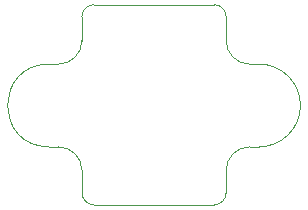
<source format=gbr>
%TF.GenerationSoftware,KiCad,Pcbnew,(7.0.0-0)*%
%TF.CreationDate,2023-03-15T20:38:16-05:00*%
%TF.ProjectId,USB-C Breakout,5553422d-4320-4427-9265-616b6f75742e,0*%
%TF.SameCoordinates,Original*%
%TF.FileFunction,Profile,NP*%
%FSLAX46Y46*%
G04 Gerber Fmt 4.6, Leading zero omitted, Abs format (unit mm)*
G04 Created by KiCad (PCBNEW (7.0.0-0)) date 2023-03-15 20:38:16*
%MOMM*%
%LPD*%
G01*
G04 APERTURE LIST*
%TA.AperFunction,Profile*%
%ADD10C,0.050000*%
%TD*%
G04 APERTURE END LIST*
D10*
X150245085Y-102500000D02*
X151040170Y-102500000D01*
X151040170Y-102500000D02*
G75*
G03*
X151040170Y-95500000I30J3500000D01*
G01*
X133250000Y-95500000D02*
G75*
G03*
X133250000Y-102500000I0J-3500000D01*
G01*
X134045085Y-95499985D02*
G75*
G03*
X136045085Y-93500000I15J1999985D01*
G01*
X147245085Y-90470000D02*
X137045085Y-90470000D01*
X148245085Y-93500000D02*
X148245085Y-91470000D01*
X136045085Y-104500000D02*
X136045085Y-106400000D01*
X137045085Y-107400000D02*
X147245085Y-107400000D01*
X147245085Y-107399985D02*
G75*
G03*
X148245085Y-106400000I15J999985D01*
G01*
X136045100Y-104500000D02*
G75*
G03*
X134045085Y-102500000I-2000000J0D01*
G01*
X148245100Y-93500000D02*
G75*
G03*
X150245085Y-95500000I2000000J0D01*
G01*
X136045100Y-106400000D02*
G75*
G03*
X137045085Y-107400000I1000000J0D01*
G01*
X148245100Y-91470000D02*
G75*
G03*
X147245085Y-90470000I-1000000J0D01*
G01*
X137045085Y-90469985D02*
G75*
G03*
X136045085Y-91470000I15J-1000015D01*
G01*
X150245085Y-102499985D02*
G75*
G03*
X148245085Y-104500000I15J-2000015D01*
G01*
X134045085Y-95500000D02*
X133250000Y-95500000D01*
X133250000Y-102500000D02*
X134045085Y-102500000D01*
X151040170Y-95500000D02*
X150245085Y-95500000D01*
X136045085Y-91470000D02*
X136045085Y-93500000D01*
X148245085Y-106400000D02*
X148245085Y-104500000D01*
M02*

</source>
